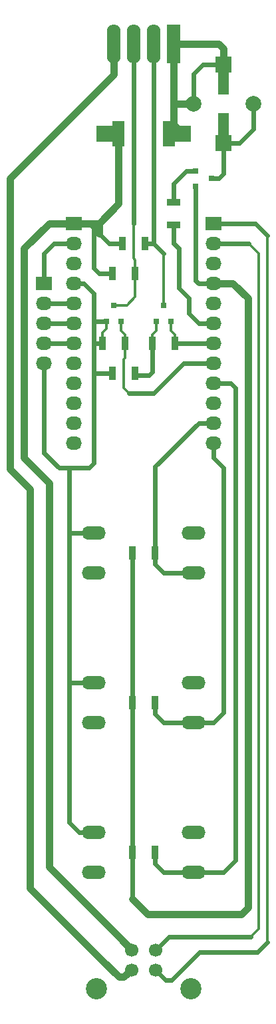
<source format=gbr>
G04 #@! TF.FileFunction,Copper,L1,Top,Signal*
%FSLAX46Y46*%
G04 Gerber Fmt 4.6, Leading zero omitted, Abs format (unit mm)*
G04 Created by KiCad (PCBNEW 4.0.4-stable) date 12/13/16 07:15:23*
%MOMM*%
%LPD*%
G01*
G04 APERTURE LIST*
%ADD10C,0.100000*%
%ADD11O,3.048000X1.727200*%
%ADD12C,1.700000*%
%ADD13C,2.700020*%
%ADD14R,2.032000X1.727200*%
%ADD15O,2.032000X1.727200*%
%ADD16R,1.727200X5.000000*%
%ADD17O,1.727200X5.000000*%
%ADD18R,1.399540X2.999740*%
%ADD19R,1.998980X1.998980*%
%ADD20R,0.800100X0.800100*%
%ADD21R,0.900000X1.700000*%
%ADD22R,1.700000X0.900000*%
%ADD23C,2.000000*%
%ADD24R,1.600200X3.200400*%
%ADD25C,0.900000*%
%ADD26C,0.600000*%
%ADD27C,0.300000*%
G04 APERTURE END LIST*
D10*
D11*
X104140000Y-99060000D03*
X104140000Y-104140000D03*
X116840000Y-99060000D03*
X116840000Y-104140000D03*
D12*
X112014000Y-152146000D03*
X108966000Y-152146000D03*
X108966000Y-154686000D03*
X112014000Y-154686000D03*
D13*
X116489480Y-157099000D03*
X104490520Y-157099000D03*
D14*
X101600000Y-59690000D03*
D15*
X101600000Y-62230000D03*
X101600000Y-64770000D03*
X101600000Y-67310000D03*
X101600000Y-69850000D03*
X101600000Y-72390000D03*
X101600000Y-74930000D03*
X101600000Y-77470000D03*
X101600000Y-80010000D03*
X101600000Y-82550000D03*
X101600000Y-85090000D03*
X101600000Y-87630000D03*
D14*
X119380000Y-59690000D03*
D15*
X119380000Y-62230000D03*
X119380000Y-64770000D03*
X119380000Y-67310000D03*
X119380000Y-69850000D03*
X119380000Y-72390000D03*
X119380000Y-74930000D03*
X119380000Y-77470000D03*
X119380000Y-80010000D03*
X119380000Y-82550000D03*
X119380000Y-85090000D03*
X119380000Y-87630000D03*
D16*
X114300000Y-36830000D03*
D17*
X111760000Y-36830000D03*
X109220000Y-36830000D03*
X106680000Y-36830000D03*
D11*
X104140000Y-118110000D03*
X104140000Y-123190000D03*
X116840000Y-118110000D03*
X116840000Y-123190000D03*
X104140000Y-137160000D03*
X104140000Y-142240000D03*
X116840000Y-137160000D03*
X116840000Y-142240000D03*
D18*
X120650000Y-41849040D03*
X120650000Y-47050960D03*
D19*
X120650000Y-39448740D03*
X120650000Y-49451260D03*
D14*
X97790000Y-67310000D03*
D15*
X97790000Y-69850000D03*
X97790000Y-72390000D03*
X97790000Y-74930000D03*
X97790000Y-77470000D03*
D20*
X117109240Y-53025000D03*
X117109240Y-54925000D03*
X119108220Y-53975000D03*
X112080000Y-72120760D03*
X113980000Y-72120760D03*
X113030000Y-70121780D03*
X105730000Y-72120760D03*
X107630000Y-72120760D03*
X106680000Y-70121780D03*
D21*
X111940000Y-101600000D03*
X109040000Y-101600000D03*
X111940000Y-120650000D03*
X109040000Y-120650000D03*
X111940000Y-139700000D03*
X109040000Y-139700000D03*
D22*
X114300000Y-59870000D03*
X114300000Y-56970000D03*
D21*
X106500000Y-78740000D03*
X109400000Y-78740000D03*
X114480000Y-74930000D03*
X111580000Y-74930000D03*
X108130000Y-74930000D03*
X105230000Y-74930000D03*
X110670000Y-62230000D03*
X107770000Y-62230000D03*
X109400000Y-66040000D03*
X106500000Y-66040000D03*
D23*
X116850160Y-44450000D03*
X124449840Y-44450000D03*
D24*
X107289600Y-48260000D03*
X113690400Y-48260000D03*
D19*
X105488740Y-48260000D03*
X115491260Y-48260000D03*
D25*
X96012000Y-144145000D02*
X96012000Y-144272000D01*
X96012000Y-144272000D02*
X105156000Y-153416000D01*
X96012000Y-144145000D02*
X96012000Y-93472000D01*
X93472000Y-53975000D02*
X106680000Y-40767000D01*
X93472000Y-90932000D02*
X93472000Y-53975000D01*
X96012000Y-93472000D02*
X93472000Y-90932000D01*
X107315000Y-155575000D02*
X105156000Y-153416000D01*
X107950000Y-155575000D02*
X107315000Y-155575000D01*
X108839000Y-154686000D02*
X107950000Y-155575000D01*
X106680000Y-40767000D02*
X106680000Y-36830000D01*
D26*
X119380000Y-67310000D02*
X117475000Y-67310000D01*
X117109240Y-66944240D02*
X117109240Y-54925000D01*
X117475000Y-67310000D02*
X117109240Y-66944240D01*
D25*
X108966000Y-154686000D02*
X108839000Y-154686000D01*
X119380000Y-67310000D02*
X121832996Y-67310000D01*
D26*
X109040000Y-145616000D02*
X109040000Y-139700000D01*
D25*
X110998000Y-147574000D02*
X109040000Y-145616000D01*
X122936000Y-147574000D02*
X110998000Y-147574000D01*
X123737996Y-146772004D02*
X122936000Y-147574000D01*
X123737996Y-69215000D02*
X123737996Y-146772004D01*
X121832996Y-67310000D02*
X123737996Y-69215000D01*
D26*
X97790000Y-67310000D02*
X97790000Y-63500000D01*
X99060000Y-62230000D02*
X101600000Y-62230000D01*
X97790000Y-63500000D02*
X99060000Y-62230000D01*
X109040000Y-120650000D02*
X109040000Y-101600000D01*
X109040000Y-139700000D02*
X109040000Y-120650000D01*
X97790000Y-72390000D02*
X101600000Y-72390000D01*
X97790000Y-74930000D02*
X101600000Y-74930000D01*
X97790000Y-69850000D02*
X101600000Y-69850000D01*
D25*
X107315000Y-150495000D02*
X98425000Y-141605000D01*
X98425000Y-141605000D02*
X98425000Y-92710000D01*
X114300000Y-36830000D02*
X120015000Y-36830000D01*
X120650000Y-37465000D02*
X120650000Y-39448740D01*
X120015000Y-36830000D02*
X120650000Y-37465000D01*
X116850160Y-44450000D02*
X114300000Y-44450000D01*
X104775000Y-60960000D02*
X104775000Y-59690000D01*
X104140000Y-59690000D02*
X104775000Y-59690000D01*
X103505000Y-59690000D02*
X104140000Y-59690000D01*
X107289600Y-57175400D02*
X107289600Y-48260000D01*
X104775000Y-59690000D02*
X107289600Y-57175400D01*
X114300000Y-36830000D02*
X114300000Y-44450000D01*
X114300000Y-44450000D02*
X114300000Y-47068740D01*
X114300000Y-47068740D02*
X115491260Y-48260000D01*
D26*
X116850160Y-44450000D02*
X116850160Y-40629840D01*
X116850160Y-40629840D02*
X118031260Y-39448740D01*
X118031260Y-39448740D02*
X120650000Y-39448740D01*
X106500000Y-66040000D02*
X104775000Y-66040000D01*
X104140000Y-65405000D02*
X104140000Y-60325000D01*
X104775000Y-66040000D02*
X104140000Y-65405000D01*
X107770000Y-62230000D02*
X106045000Y-62230000D01*
X106045000Y-62230000D02*
X104775000Y-60960000D01*
X104775000Y-60960000D02*
X104140000Y-60325000D01*
X104140000Y-60325000D02*
X103505000Y-59690000D01*
D25*
X108966000Y-152146000D02*
X107315000Y-150495000D01*
X98425000Y-59690000D02*
X101600000Y-59690000D01*
X95250000Y-62865000D02*
X98425000Y-59690000D01*
X95250000Y-89535000D02*
X95250000Y-62865000D01*
X98425000Y-92710000D02*
X95250000Y-89535000D01*
X101600000Y-59690000D02*
X103505000Y-59690000D01*
D26*
X120650000Y-49451260D02*
X122633740Y-49451260D01*
X124449840Y-47635160D02*
X124449840Y-44450000D01*
X122633740Y-49451260D02*
X124449840Y-47635160D01*
X119108220Y-53975000D02*
X120015000Y-53975000D01*
X120650000Y-53340000D02*
X120650000Y-49451260D01*
X120015000Y-53975000D02*
X120650000Y-53340000D01*
X106500000Y-78740000D02*
X104140000Y-78740000D01*
X105730000Y-72120760D02*
X104140000Y-72120760D01*
X104140000Y-72120760D02*
X104140000Y-72390000D01*
X105230000Y-74930000D02*
X104140000Y-74930000D01*
X101600000Y-67310000D02*
X102870000Y-67310000D01*
X104140000Y-68580000D02*
X104140000Y-72390000D01*
X102870000Y-67310000D02*
X104140000Y-68580000D01*
X104140000Y-72390000D02*
X104140000Y-74930000D01*
X104140000Y-74930000D02*
X104140000Y-78740000D01*
X104140000Y-78740000D02*
X104140000Y-90170000D01*
X104140000Y-90170000D02*
X103505000Y-90805000D01*
X103505000Y-90805000D02*
X100965000Y-90805000D01*
D27*
X105230000Y-74930000D02*
X105230000Y-73586000D01*
X105730000Y-73086000D02*
X105730000Y-72120760D01*
X105230000Y-73586000D02*
X105730000Y-73086000D01*
X111580000Y-74930000D02*
X111580000Y-73840000D01*
X112080000Y-73340000D02*
X112080000Y-72120760D01*
X111580000Y-73840000D02*
X112080000Y-73340000D01*
D26*
X104140000Y-99060000D02*
X100965000Y-99060000D01*
X104140000Y-118110000D02*
X100965000Y-118110000D01*
X100965000Y-90805000D02*
X100965000Y-99060000D01*
X100965000Y-99060000D02*
X100965000Y-118110000D01*
X100965000Y-118110000D02*
X100965000Y-135890000D01*
X102235000Y-137160000D02*
X104140000Y-137160000D01*
X100965000Y-135890000D02*
X102235000Y-137160000D01*
X109400000Y-78994000D02*
X111125000Y-78994000D01*
X111580000Y-78539000D02*
X111580000Y-75184000D01*
X111125000Y-78994000D02*
X111580000Y-78539000D01*
X97790000Y-88900000D02*
X97790000Y-77470000D01*
X99695000Y-90805000D02*
X97790000Y-88900000D01*
X100965000Y-90805000D02*
X99695000Y-90805000D01*
X126238000Y-151130000D02*
X124968000Y-152400000D01*
X117602000Y-152400000D02*
X115824000Y-154178000D01*
X124968000Y-152400000D02*
X117602000Y-152400000D01*
X119380000Y-59690000D02*
X124714000Y-59690000D01*
X113284000Y-155956000D02*
X112014000Y-154686000D01*
X115824000Y-154178000D02*
X114046000Y-155956000D01*
X114046000Y-155956000D02*
X113284000Y-155956000D01*
D27*
X126238000Y-61214000D02*
X126238000Y-151130000D01*
D26*
X124714000Y-59690000D02*
X126238000Y-61214000D01*
X112014000Y-154686000D02*
X112141000Y-154686000D01*
X112014000Y-152146000D02*
X113665000Y-150495000D01*
D27*
X123867998Y-62230000D02*
X125137998Y-63500000D01*
X125137998Y-63500000D02*
X125137998Y-149436002D01*
X125137998Y-149436002D02*
X124079000Y-150495000D01*
D26*
X124079000Y-150495000D02*
X113665000Y-150495000D01*
X123867998Y-62230000D02*
X119380000Y-62230000D01*
X114300000Y-59870000D02*
X114300000Y-62230000D01*
X117475000Y-72390000D02*
X119380000Y-72390000D01*
X116205000Y-71120000D02*
X117475000Y-72390000D01*
X116205000Y-69215000D02*
X116205000Y-71120000D01*
X114935000Y-67945000D02*
X116205000Y-69215000D01*
X114935000Y-62865000D02*
X114935000Y-67945000D01*
X114300000Y-62230000D02*
X114935000Y-62865000D01*
X114480000Y-74930000D02*
X119380000Y-74930000D01*
D27*
X114480000Y-74930000D02*
X114480000Y-73840000D01*
X113980000Y-73340000D02*
X113980000Y-72120760D01*
X114480000Y-73840000D02*
X113980000Y-73340000D01*
X108130000Y-74930000D02*
X108130000Y-76782000D01*
D26*
X115570000Y-77470000D02*
X119380000Y-77470000D01*
X111760000Y-81280000D02*
X115570000Y-77470000D01*
X108585000Y-81280000D02*
X111760000Y-81280000D01*
D27*
X107950000Y-80645000D02*
X108585000Y-81280000D01*
X107950000Y-76962000D02*
X107950000Y-80645000D01*
X108130000Y-76782000D02*
X107950000Y-76962000D01*
X108130000Y-74930000D02*
X108130000Y-73840000D01*
X107630000Y-73340000D02*
X107630000Y-72120760D01*
X108130000Y-73840000D02*
X107630000Y-73340000D01*
D26*
X119380000Y-80010000D02*
X121552994Y-80010000D01*
X120650000Y-142240000D02*
X116840000Y-142240000D01*
X122187994Y-140702006D02*
X120650000Y-142240000D01*
X122187994Y-80645000D02*
X122187994Y-140702006D01*
X121552994Y-80010000D02*
X122187994Y-80645000D01*
X111940000Y-139700000D02*
X111940000Y-141150000D01*
X113030000Y-142240000D02*
X116840000Y-142240000D01*
X111940000Y-141150000D02*
X113030000Y-142240000D01*
X111760000Y-62230000D02*
X111760000Y-36830000D01*
D27*
X113030000Y-70121780D02*
X113030000Y-63500000D01*
D26*
X111760000Y-62230000D02*
X110670000Y-62230000D01*
X113030000Y-63500000D02*
X111760000Y-62230000D01*
D27*
X109400000Y-66040000D02*
X109400000Y-64315000D01*
X109220000Y-64135000D02*
X109220000Y-59690000D01*
D26*
X109220000Y-59690000D02*
X109220000Y-36830000D01*
D27*
X109400000Y-64315000D02*
X109220000Y-64135000D01*
X106680000Y-70121780D02*
X108313220Y-70121780D01*
X109400000Y-69035000D02*
X109400000Y-66040000D01*
X108313220Y-70121780D02*
X109400000Y-69035000D01*
D26*
X114300000Y-56970000D02*
X114300000Y-54610000D01*
X115885000Y-53025000D02*
X117109240Y-53025000D01*
X114300000Y-54610000D02*
X115885000Y-53025000D01*
X119380000Y-85090000D02*
X117475000Y-85090000D01*
X111940000Y-90625000D02*
X111940000Y-101600000D01*
X117475000Y-85090000D02*
X111940000Y-90625000D01*
X111940000Y-101600000D02*
X111940000Y-103050000D01*
X113030000Y-104140000D02*
X116840000Y-104140000D01*
X111940000Y-103050000D02*
X113030000Y-104140000D01*
X119380000Y-87630000D02*
X119380000Y-89535000D01*
X119380000Y-123190000D02*
X116840000Y-123190000D01*
X120650000Y-121920000D02*
X119380000Y-123190000D01*
X120650000Y-90805000D02*
X120650000Y-121920000D01*
X119380000Y-89535000D02*
X120650000Y-90805000D01*
X111940000Y-120650000D02*
X111940000Y-122100000D01*
X113030000Y-123190000D02*
X116840000Y-123190000D01*
X111940000Y-122100000D02*
X113030000Y-123190000D01*
M02*

</source>
